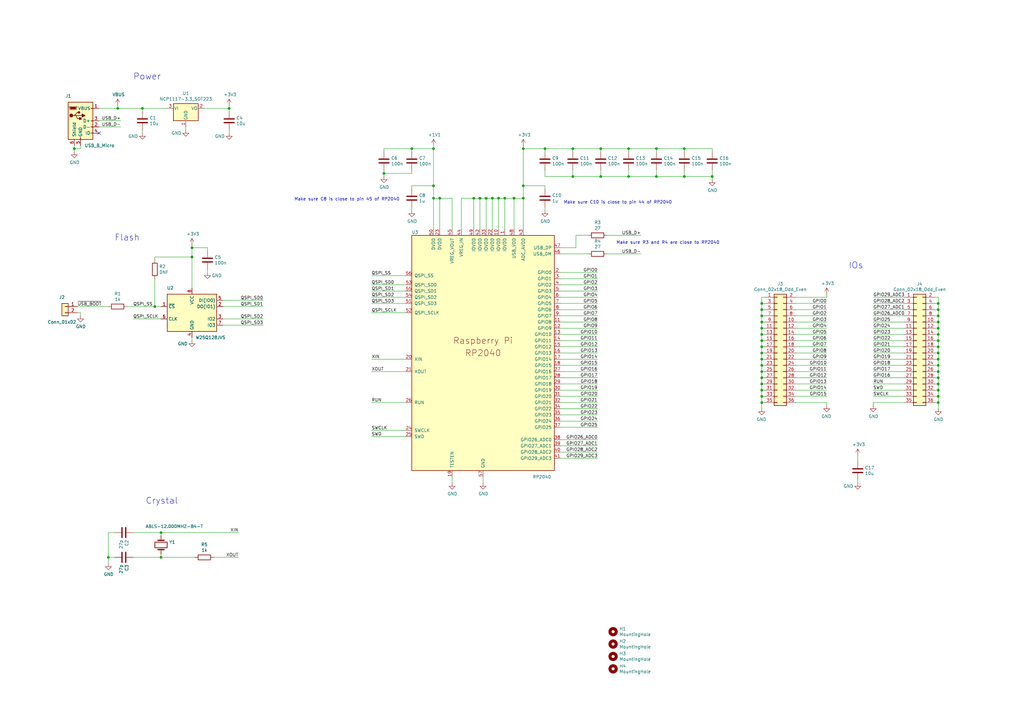
<source format=kicad_sch>
(kicad_sch (version 20211123) (generator eeschema)
  (paper "A3")
  (title_block (title "RP2040 Minimal Design Example") (date "2020-12-18") (rev "REV1") (company "Raspberry Pi (Trading) Ltd"))
  (lib_symbols
    (symbol "Connector_Generic:Conn_01x02" (pin_names (offset 1.016) hide)
      (property "Reference" "J" (at 0 2.54 0))
      (property "Value" "Conn_01x02" (at 0 -5.08 0))
      (symbol "Conn_01x02_1_1"
        (rectangle (start -1.27 -2.413) (end 0 -2.667) (stroke (width 0.1524)))
        (rectangle (start -1.27 0.127) (end 0 -0.127) (stroke (width 0.1524)))
        (rectangle (start -1.27 1.27) (end 1.27 -3.81) (stroke (width 0.254)) (fill (type background)))
        (pin passive line (at -5.08 0 0) (length 3.81) (name "Pin_1") (number "1"))
        (pin passive line (at -5.08 -2.54 0) (length 3.81) (name "Pin_2") (number "2"))
      )
    )
    (symbol "Connector_Generic:Conn_02x18_Odd_Even" (pin_names (offset 1.016) hide)
      (property "Reference" "J" (at 1.27 22.86 0))
      (property "Value" "Conn_02x18_Odd_Even" (at 1.27 -25.4 0))
      (symbol "Conn_02x18_Odd_Even_1_1"
        (rectangle (start -1.27 -22.733) (end 0 -22.987) (stroke (width 0.1524)))
        (rectangle (start -1.27 -20.193) (end 0 -20.447) (stroke (width 0.1524)))
        (rectangle (start -1.27 -17.653) (end 0 -17.907) (stroke (width 0.1524)))
        (rectangle (start -1.27 -15.113) (end 0 -15.367) (stroke (width 0.1524)))
        (rectangle (start -1.27 -12.573) (end 0 -12.827) (stroke (width 0.1524)))
        (rectangle (start -1.27 -10.033) (end 0 -10.287) (stroke (width 0.1524)))
        (rectangle (start -1.27 -7.493) (end 0 -7.747) (stroke (width 0.1524)))
        (rectangle (start -1.27 -4.953) (end 0 -5.207) (stroke (width 0.1524)))
        (rectangle (start -1.27 -2.413) (end 0 -2.667) (stroke (width 0.1524)))
        (rectangle (start -1.27 0.127) (end 0 -0.127) (stroke (width 0.1524)))
        (rectangle (start -1.27 2.667) (end 0 2.413) (stroke (width 0.1524)))
        (rectangle (start -1.27 5.207) (end 0 4.953) (stroke (width 0.1524)))
        (rectangle (start -1.27 7.747) (end 0 7.493) (stroke (width 0.1524)))
        (rectangle (start -1.27 10.287) (end 0 10.033) (stroke (width 0.1524)))
        (rectangle (start -1.27 12.827) (end 0 12.573) (stroke (width 0.1524)))
        (rectangle (start -1.27 15.367) (end 0 15.113) (stroke (width 0.1524)))
        (rectangle (start -1.27 17.907) (end 0 17.653) (stroke (width 0.1524)))
        (rectangle (start -1.27 20.447) (end 0 20.193) (stroke (width 0.1524)))
        (rectangle (start -1.27 21.59) (end 3.81 -24.13) (stroke (width 0.254)) (fill (type background)))
        (rectangle (start 3.81 -22.733) (end 2.54 -22.987) (stroke (width 0.1524)))
        (rectangle (start 3.81 -20.193) (end 2.54 -20.447) (stroke (width 0.1524)))
        (rectangle (start 3.81 -17.653) (end 2.54 -17.907) (stroke (width 0.1524)))
        (rectangle (start 3.81 -15.113) (end 2.54 -15.367) (stroke (width 0.1524)))
        (rectangle (start 3.81 -12.573) (end 2.54 -12.827) (stroke (width 0.1524)))
        (rectangle (start 3.81 -10.033) (end 2.54 -10.287) (stroke (width 0.1524)))
        (rectangle (start 3.81 -7.493) (end 2.54 -7.747) (stroke (width 0.1524)))
        (rectangle (start 3.81 -4.953) (end 2.54 -5.207) (stroke (width 0.1524)))
        (rectangle (start 3.81 -2.413) (end 2.54 -2.667) (stroke (width 0.1524)))
        (rectangle (start 3.81 0.127) (end 2.54 -0.127) (stroke (width 0.1524)))
        (rectangle (start 3.81 2.667) (end 2.54 2.413) (stroke (width 0.1524)))
        (rectangle (start 3.81 5.207) (end 2.54 4.953) (stroke (width 0.1524)))
        (rectangle (start 3.81 7.747) (end 2.54 7.493) (stroke (width 0.1524)))
        (rectangle (start 3.81 10.287) (end 2.54 10.033) (stroke (width 0.1524)))
        (rectangle (start 3.81 12.827) (end 2.54 12.573) (stroke (width 0.1524)))
        (rectangle (start 3.81 15.367) (end 2.54 15.113) (stroke (width 0.1524)))
        (rectangle (start 3.81 17.907) (end 2.54 17.653) (stroke (width 0.1524)))
        (rectangle (start 3.81 20.447) (end 2.54 20.193) (stroke (width 0.1524)))
        (pin passive line (at -5.08 20.32 0) (length 3.81) (name "Pin_1") (number "1"))
        (pin passive line (at 7.62 10.16 180) (length 3.81) (name "Pin_10") (number "10"))
        (pin passive line (at -5.08 7.62 0) (length 3.81) (name "Pin_11") (number "11"))
        (pin passive line (at 7.62 7.62 180) (length 3.81) (name "Pin_12") (number "12"))
        (pin passive line (at -5.08 5.08 0) (length 3.81) (name "Pin_13") (number "13"))
        (pin passive line (at 7.62 5.08 180) (length 3.81) (name "Pin_14") (number "14"))
        (pin passive line (at -5.08 2.54 0) (length 3.81) (name "Pin_15") (number "15"))
        (pin passive line (at 7.62 2.54 180) (length 3.81) (name "Pin_16") (number "16"))
        (pin passive line (at -5.08 0 0) (length 3.81) (name "Pin_17") (number "17"))
        (pin passive line (at 7.62 0 180) (length 3.81) (name "Pin_18") (number "18"))
        (pin passive line (at -5.08 -2.54 0) (length 3.81) (name "Pin_19") (number "19"))
        (pin passive line (at 7.62 20.32 180) (length 3.81) (name "Pin_2") (number "2"))
        (pin passive line (at 7.62 -2.54 180) (length 3.81) (name "Pin_20") (number "20"))
        (pin passive line (at -5.08 -5.08 0) (length 3.81) (name "Pin_21") (number "21"))
        (pin passive line (at 7.62 -5.08 180) (length 3.81) (name "Pin_22") (number "22"))
        (pin passive line (at -5.08 -7.62 0) (length 3.81) (name "Pin_23") (number "23"))
        (pin passive line (at 7.62 -7.62 180) (length 3.81) (name "Pin_24") (number "24"))
        (pin passive line (at -5.08 -10.16 0) (length 3.81) (name "Pin_25") (number "25"))
        (pin passive line (at 7.62 -10.16 180) (length 3.81) (name "Pin_26") (number "26"))
        (pin passive line (at -5.08 -12.7 0) (length 3.81) (name "Pin_27") (number "27"))
        (pin passive line (at 7.62 -12.7 180) (length 3.81) (name "Pin_28") (number "28"))
        (pin passive line (at -5.08 -15.24 0) (length 3.81) (name "Pin_29") (number "29"))
        (pin passive line (at -5.08 17.78 0) (length 3.81) (name "Pin_3") (number "3"))
        (pin passive line (at 7.62 -15.24 180) (length 3.81) (name "Pin_30") (number "30"))
        (pin passive line (at -5.08 -17.78 0) (length 3.81) (name "Pin_31") (number "31"))
        (pin passive line (at 7.62 -17.78 180) (length 3.81) (name "Pin_32") (number "32"))
        (pin passive line (at -5.08 -20.32 0) (length 3.81) (name "Pin_33") (number "33"))
        (pin passive line (at 7.62 -20.32 180) (length 3.81) (name "Pin_34") (number "34"))
        (pin passive line (at -5.08 -22.86 0) (length 3.81) (name "Pin_35") (number "35"))
        (pin passive line (at 7.62 -22.86 180) (length 3.81) (name "Pin_36") (number "36"))
        (pin passive line (at 7.62 17.78 180) (length 3.81) (name "Pin_4") (number "4"))
        (pin passive line (at -5.08 15.24 0) (length 3.81) (name "Pin_5") (number "5"))
        (pin passive line (at 7.62 15.24 180) (length 3.81) (name "Pin_6") (number "6"))
        (pin passive line (at -5.08 12.7 0) (length 3.81) (name "Pin_7") (number "7"))
        (pin passive line (at 7.62 12.7 180) (length 3.81) (name "Pin_8") (number "8"))
        (pin passive line (at -5.08 10.16 0) (length 3.81) (name "Pin_9") (number "9"))
      )
    )
    (symbol "Device:C" (pin_numbers hide) (pin_names (offset 0.254))
      (property "Reference" "C" (at 0.635 2.54 0))
      (property "Value" "C" (at 0.635 -2.54 0))
      (symbol "C_0_1"
        (polyline (pts (xy -2.032 -0.762) (xy 2.032 -0.762)) (stroke (width 0.508)))
        (polyline (pts (xy -2.032 0.762) (xy 2.032 0.762)) (stroke (width 0.508)))
      )
      (symbol "C_1_1"
        (pin passive line (at 0 3.81 270) (length 2.794) (name "~") (number "1"))
        (pin passive line (at 0 -3.81 90) (length 2.794) (name "~") (number "2"))
      )
    )
    (symbol "Device:Crystal" (pin_numbers hide) (pin_names (offset 1.016) hide)
      (property "Reference" "Y" (at 0 3.81 0))
      (property "Value" "Crystal" (at 0 -3.81 0))
      (symbol "Crystal_0_1"
        (rectangle (start -1.143 2.54) (end 1.143 -2.54) (stroke (width 0.3048)))
        (polyline (pts (xy -2.54 0) (xy -1.905 0)))
        (polyline (pts (xy -1.905 -1.27) (xy -1.905 1.27)) (stroke (width 0.508)))
        (polyline (pts (xy 1.905 -1.27) (xy 1.905 1.27)) (stroke (width 0.508)))
        (polyline (pts (xy 2.54 0) (xy 1.905 0)))
      )
      (symbol "Crystal_1_1"
        (pin passive line (at -3.81 0 0) (length 1.27) (name "1") (number "1"))
        (pin passive line (at 3.81 0 180) (length 1.27) (name "2") (number "2"))
      )
    )
    (symbol "Device:R" (pin_numbers hide) (pin_names (offset 0))
      (property "Reference" "R" (at 2.032 0 90))
      (property "Value" "R" (at 0 0 90))
      (symbol "R_0_1"
        (rectangle (start -1.016 -2.54) (end 1.016 2.54) (stroke (width 0.254)))
      )
      (symbol "R_1_1"
        (pin passive line (at 0 3.81 270) (length 1.27) (name "~") (number "1"))
        (pin passive line (at 0 -3.81 90) (length 1.27) (name "~") (number "2"))
      )
    )
    (symbol "MCU_RaspberryPi_RP2040:RP2040" (pin_names (offset 1.016))
      (property "Reference" "U" (at -29.21 49.53 0))
      (property "Value" "RP2040" (at 24.13 -49.53 0))
      (symbol "RP2040_0_0"
        (text "Raspberry Pi" (at 0 5.08 0) (effects (font (size 2.54 2.54))))
        (text "RP2040" (at 0 0 0) (effects (font (size 2.54 2.54))))
      )
      (symbol "RP2040_0_1"
        (rectangle (start 29.21 48.26) (end -29.21 -48.26) (stroke (width 0.254)) (fill (type background)))
      )
      (symbol "RP2040_1_1"
        (pin power_in line (at 8.89 50.8 270) (length 2.54) (name "IOVDD") (number "1"))
        (pin power_in line (at 6.35 50.8 270) (length 2.54) (name "IOVDD") (number "10"))
        (pin bidirectional line (at 31.75 12.7 180) (length 2.54) (name "GPIO8") (number "11"))
        (pin bidirectional line (at 31.75 10.16 180) (length 2.54) (name "GPIO9") (number "12"))
        (pin bidirectional line (at 31.75 7.62 180) (length 2.54) (name "GPIO10") (number "13"))
        (pin bidirectional line (at 31.75 5.08 180) (length 2.54) (name "GPIO11") (number "14"))
        (pin bidirectional line (at 31.75 2.54 180) (length 2.54) (name "GPIO12") (number "15"))
        (pin bidirectional line (at 31.75 0 180) (length 2.54) (name "GPIO13") (number "16"))
        (pin bidirectional line (at 31.75 -2.54 180) (length 2.54) (name "GPIO14") (number "17"))
        (pin bidirectional line (at 31.75 -5.08 180) (length 2.54) (name "GPIO15") (number "18"))
        (pin passive line (at -12.7 -50.8 90) (length 2.54) (name "TESTEN") (number "19"))
        (pin bidirectional line (at 31.75 33.02 180) (length 2.54) (name "GPIO0") (number "2"))
        (pin input line (at -31.75 -2.54 0) (length 2.54) (name "XIN") (number "20"))
        (pin passive line (at -31.75 -7.62 0) (length 2.54) (name "XOUT") (number "21"))
        (pin power_in line (at 3.81 50.8 270) (length 2.54) (name "IOVDD") (number "22"))
        (pin power_in line (at -17.78 50.8 270) (length 2.54) (name "DVDD") (number "23"))
        (pin output line (at -31.75 -31.75 0) (length 2.54) (name "SWCLK") (number "24"))
        (pin bidirectional line (at -31.75 -34.29 0) (length 2.54) (name "SWD") (number "25"))
        (pin input line (at -31.75 -20.32 0) (length 2.54) (name "RUN") (number "26"))
        (pin bidirectional line (at 31.75 -7.62 180) (length 2.54) (name "GPIO16") (number "27"))
        (pin bidirectional line (at 31.75 -10.16 180) (length 2.54) (name "GPIO17") (number "28"))
        (pin bidirectional line (at 31.75 -12.7 180) (length 2.54) (name "GPIO18") (number "29"))
        (pin bidirectional line (at 31.75 30.48 180) (length 2.54) (name "GPIO1") (number "3"))
        (pin bidirectional line (at 31.75 -15.24 180) (length 2.54) (name "GPIO19") (number "30"))
        (pin bidirectional line (at 31.75 -17.78 180) (length 2.54) (name "GPIO20") (number "31"))
        (pin bidirectional line (at 31.75 -20.32 180) (length 2.54) (name "GPIO21") (number "32"))
        (pin power_in line (at 1.27 50.8 270) (length 2.54) (name "IOVDD") (number "33"))
        (pin bidirectional line (at 31.75 -22.86 180) (length 2.54) (name "GPIO22") (number "34"))
        (pin bidirectional line (at 31.75 -25.4 180) (length 2.54) (name "GPIO23") (number "35"))
        (pin bidirectional line (at 31.75 -27.94 180) (length 2.54) (name "GPIO24") (number "36"))
        (pin bidirectional line (at 31.75 -30.48 180) (length 2.54) (name "GPIO25") (number "37"))
        (pin bidirectional line (at 31.75 -35.56 180) (length 2.54) (name "GPIO26_ADC0") (number "38"))
        (pin bidirectional line (at 31.75 -38.1 180) (length 2.54) (name "GPIO27_ADC1") (number "39"))
        (pin bidirectional line (at 31.75 27.94 180) (length 2.54) (name "GPIO2") (number "4"))
        (pin bidirectional line (at 31.75 -40.64 180) (length 2.54) (name "GPIO28_ADC2") (number "40"))
        (pin bidirectional line (at 31.75 -43.18 180) (length 2.54) (name "GPIO29_ADC3") (number "41"))
        (pin power_in line (at -1.27 50.8 270) (length 2.54) (name "IOVDD") (number "42"))
        (pin power_in line (at 16.51 50.8 270) (length 2.54) (name "ADC_AVDD") (number "43"))
        (pin power_in line (at -8.89 50.8 270) (length 2.54) (name "VREG_IN") (number "44"))
        (pin power_out line (at -12.7 50.8 270) (length 2.54) (name "VREG_VOUT") (number "45"))
        (pin bidirectional line (at 31.75 40.64 180) (length 2.54) (name "USB_DM") (number "46"))
        (pin bidirectional line (at 31.75 43.18 180) (length 2.54) (name "USB_DP") (number "47"))
        (pin power_in line (at 12.7 50.8 270) (length 2.54) (name "USB_VDD") (number "48"))
        (pin power_in line (at -3.81 50.8 270) (length 2.54) (name "IOVDD") (number "49"))
        (pin bidirectional line (at 31.75 25.4 180) (length 2.54) (name "GPIO3") (number "5"))
        (pin power_in line (at -20.32 50.8 270) (length 2.54) (name "DVDD") (number "50"))
        (pin bidirectional line (at -31.75 20.32 0) (length 2.54) (name "QSPI_SD3") (number "51"))
        (pin output line (at -31.75 16.51 0) (length 2.54) (name "QSPI_SCLK") (number "52"))
        (pin bidirectional line (at -31.75 27.94 0) (length 2.54) (name "QSPI_SD0") (number "53"))
        (pin bidirectional line (at -31.75 22.86 0) (length 2.54) (name "QSPI_SD2") (number "54"))
        (pin bidirectional line (at -31.75 25.4 0) (length 2.54) (name "QSPI_SD1") (number "55"))
        (pin bidirectional line (at -31.75 31.75 0) (length 2.54) (name "QSPI_SS") (number "56"))
        (pin power_in line (at 0 -50.8 90) (length 2.54) (name "GND") (number "57"))
        (pin bidirectional line (at 31.75 22.86 180) (length 2.54) (name "GPIO4") (number "6"))
        (pin bidirectional line (at 31.75 20.32 180) (length 2.54) (name "GPIO5") (number "7"))
        (pin bidirectional line (at 31.75 17.78 180) (length 2.54) (name "GPIO6") (number "8"))
        (pin bidirectional line (at 31.75 15.24 180) (length 2.54) (name "GPIO7") (number "9"))
      )
    )
    (symbol "Mechanical:MountingHole" (pin_names (offset 1.016))
      (property "Reference" "H" (at 0 5.08 0))
      (property "Value" "MountingHole" (at 0 3.175 0))
      (symbol "MountingHole_0_1"
        (circle (center 0 0) (radius 1.27) (stroke (width 1.27)))
      )
    )
    (symbol "Memory_Flash:W25Q128JVS"
      (property "Reference" "U" (at -8.89 8.89 0))
      (property "Value" "W25Q128JVS" (at 7.62 8.89 0))
      (symbol "W25Q128JVS_0_1"
        (rectangle (start -10.16 7.62) (end 10.16 -7.62) (stroke (width 0.254)) (fill (type background)))
      )
      (symbol "W25Q128JVS_1_1"
        (pin input line (at -12.7 2.54 0) (length 2.54) (name "~{CS}") (number "1"))
        (pin bidirectional line (at 12.7 2.54 180) (length 2.54) (name "DO(IO1)") (number "2"))
        (pin bidirectional line (at 12.7 -2.54 180) (length 2.54) (name "IO2") (number "3"))
        (pin power_in line (at 0 -10.16 90) (length 2.54) (name "GND") (number "4"))
        (pin bidirectional line (at 12.7 5.08 180) (length 2.54) (name "DI(IO0)") (number "5"))
        (pin input line (at -12.7 -2.54 0) (length 2.54) (name "CLK") (number "6"))
        (pin bidirectional line (at 12.7 -5.08 180) (length 2.54) (name "IO3") (number "7"))
        (pin power_in line (at 0 10.16 270) (length 2.54) (name "VCC") (number "8"))
      )
    )
    (symbol "RP2040_minimal-rescue:USB_B_Micro-Connector" (pin_names (offset 1.016))
      (property "Reference" "J" (at -5.08 11.43 0))
      (property "Value" "USB_B_Micro-Connector" (at -5.08 8.89 0))
      (symbol "USB_B_Micro-Connector_0_1"
        (rectangle (start -5.08 -7.62) (end 5.08 7.62) (stroke (width 0.254)) (fill (type background)))
        (circle (center -3.81 2.159) (radius 0.635) (stroke (width 0.254)) (fill (type outline)))
        (circle (center -0.635 3.429) (radius 0.381) (stroke (width 0.254)) (fill (type outline)))
        (rectangle (start -0.127 -7.62) (end 0.127 -6.858))
        (polyline (pts (xy -1.905 2.159) (xy 0.635 2.159)) (stroke (width 0.254)))
        (polyline (pts (xy -3.175 2.159) (xy -2.54 2.159) (xy -1.27 3.429) (xy -0.635 3.429)) (stroke (width 0.254)))
        (polyline (pts (xy -2.54 2.159) (xy -1.905 2.159) (xy -1.27 0.889) (xy 0 0.889)) (stroke (width 0.254)))
        (polyline (pts (xy 0.635 2.794) (xy 0.635 1.524) (xy 1.905 2.159) (xy 0.635 2.794)) (stroke (width 0.254)) (fill (type outline)))
        (polyline (pts (xy -4.318 5.588) (xy -1.778 5.588) (xy -2.032 4.826) (xy -4.064 4.826) (xy -4.318 5.588)) (fill (type outline)))
        (polyline (pts (xy -4.699 5.842) (xy -4.699 5.588) (xy -4.445 4.826) (xy -4.445 4.572) (xy -1.651 4.572) (xy -1.651 4.826) (xy -1.397 5.588) (xy -1.397 5.842) (xy -4.699 5.842)))
        (rectangle (start 0.254 1.27) (end -0.508 0.508) (stroke (width 0.254)) (fill (type outline)))
        (rectangle (start 5.08 -5.207) (end 4.318 -4.953))
        (rectangle (start 5.08 -2.667) (end 4.318 -2.413))
        (rectangle (start 5.08 -0.127) (end 4.318 0.127))
        (rectangle (start 5.08 4.953) (end 4.318 5.207))
      )
      (symbol "USB_B_Micro-Connector_1_1"
        (pin power_out line (at 7.62 5.08 180) (length 2.54) (name "VBUS") (number "1"))
        (pin passive line (at 7.62 -2.54 180) (length 2.54) (name "D-") (number "2"))
        (pin passive line (at 7.62 0 180) (length 2.54) (name "D+") (number "3"))
        (pin passive line (at 7.62 -5.08 180) (length 2.54) (name "ID") (number "4"))
        (pin power_out line (at 0 -10.16 90) (length 2.54) (name "GND") (number "5"))
        (pin passive line (at -2.54 -10.16 90) (length 2.54) (name "Shield") (number "6"))
      )
    )
    (symbol "Regulator_Linear:NCP1117-3.3_SOT223" (pin_names (offset 0.254))
      (property "Reference" "U" (at -3.81 3.175 0))
      (property "Value" "NCP1117-3.3_SOT223" (at 0 3.175 0))
      (symbol "NCP1117-3.3_SOT223_0_1"
        (rectangle (start -5.08 -5.08) (end 5.08 1.905) (stroke (width 0.254)) (fill (type background)))
      )
      (symbol "NCP1117-3.3_SOT223_1_1"
        (pin power_in line (at 0 -7.62 90) (length 2.54) (name "GND") (number "1"))
        (pin power_out line (at 7.62 0 180) (length 2.54) (name "VO") (number "2"))
        (pin power_in line (at -7.62 0 0) (length 2.54) (name "VI") (number "3"))
      )
    )
    (symbol "power:+1V1" (power) (pin_names (offset 0))
      (property "Value" "+1V1" (at 0 3.556 0))
      (symbol "+1V1_0_1"
        (polyline (pts (xy -0.762 1.27) (xy 0 2.54)))
        (polyline (pts (xy 0 0) (xy 0 2.54)))
        (polyline (pts (xy 0 2.54) (xy 0.762 1.27)))
      )
      (symbol "+1V1_1_1"
        (pin power_in line (at 0 0 90) (length 0) hide (name "+1V1") (number "1"))
      )
    )
    (symbol "power:+3V3" (power) (pin_names (offset 0))
      (property "Value" "+3V3" (at 0 3.556 0))
      (symbol "+3V3_0_1"
        (polyline (pts (xy -0.762 1.27) (xy 0 2.54)))
        (polyline (pts (xy 0 0) (xy 0 2.54)))
        (polyline (pts (xy 0 2.54) (xy 0.762 1.27)))
      )
      (symbol "+3V3_1_1"
        (pin power_in line (at 0 0 90) (length 0) hide (name "+3V3") (number "1"))
      )
    )
    (symbol "power:GND" (power) (pin_names (offset 0))
      (property "Value" "GND" (at 0 -3.81 0))
      (symbol "GND_0_1"
        (polyline (pts (xy 0 0) (xy 0 -1.27) (xy 1.27 -1.27) (xy 0 -2.54) (xy -1.27 -1.27) (xy 0 -1.27)))
      )
      (symbol "GND_1_1"
        (pin power_in line (at 0 0 270) (length 0) hide (name "GND") (number "1"))
      )
    )
    (symbol "power:VBUS" (power) (pin_names (offset 0))
      (property "Value" "VBUS" (at 0 3.81 0))
      (symbol "VBUS_0_1"
        (polyline (pts (xy -0.762 1.27) (xy 0 2.54)))
        (polyline (pts (xy 0 0) (xy 0 2.54)))
        (polyline (pts (xy 0 2.54) (xy 0.762 1.27)))
      )
      (symbol "VBUS_1_1"
        (pin power_in line (at 0 0 90) (length 0) hide (name "VBUS") (number "1"))
      )
    )
  )
  (junction (at 384.81 154.94))
  (junction (at 214.63 60.96))
  (junction (at 312.42 124.46))
  (junction (at 78.74 101.6))
  (junction (at 384.81 160.02))
  (junction (at 312.42 142.24))
  (junction (at 194.31 81.28))
  (junction (at 30.48 60.96))
  (junction (at 207.01 81.28))
  (junction (at 78.74 105.41))
  (junction (at 312.42 157.48))
  (junction (at 180.34 81.28))
  (junction (at 312.42 134.62))
  (junction (at 384.81 165.1))
  (junction (at 58.42 44.45))
  (junction (at 257.81 60.96))
  (junction (at 280.67 60.96))
  (junction (at 312.42 144.78))
  (junction (at 210.82 81.28))
  (junction (at 196.85 81.28))
  (junction (at 44.45 228.6))
  (junction (at 246.38 72.39))
  (junction (at 168.91 60.96))
  (junction (at 384.81 132.08))
  (junction (at 384.81 144.78))
  (junction (at 199.39 81.28))
  (junction (at 312.42 149.86))
  (junction (at 66.04 218.44))
  (junction (at 312.42 127))
  (junction (at 48.26 44.45))
  (junction (at 280.67 72.39))
  (junction (at 384.81 162.56))
  (junction (at 312.42 137.16))
  (junction (at 312.42 162.56))
  (junction (at 312.42 152.4))
  (junction (at 234.95 60.96))
  (junction (at 177.8 81.28))
  (junction (at 312.42 129.54))
  (junction (at 223.52 60.96))
  (junction (at 312.42 165.1))
  (junction (at 312.42 160.02))
  (junction (at 66.04 228.6))
  (junction (at 384.81 152.4))
  (junction (at 177.8 60.96))
  (junction (at 257.81 72.39))
  (junction (at 292.1 72.39))
  (junction (at 384.81 157.48))
  (junction (at 312.42 132.08))
  (junction (at 384.81 149.86))
  (junction (at 384.81 147.32))
  (junction (at 384.81 129.54))
  (junction (at 63.5 125.73))
  (junction (at 204.47 81.28))
  (junction (at 157.48 71.12))
  (junction (at 201.93 81.28))
  (junction (at 269.24 60.96))
  (junction (at 312.42 147.32))
  (junction (at 269.24 72.39))
  (junction (at 312.42 154.94))
  (junction (at 246.38 60.96))
  (junction (at 384.81 142.24))
  (junction (at 384.81 127))
  (junction (at 234.95 72.39))
  (junction (at 214.63 81.28))
  (junction (at 93.98 44.45))
  (junction (at 214.63 76.2))
  (junction (at 177.8 76.2))
  (junction (at 384.81 124.46))
  (junction (at 312.42 139.7))
  (junction (at 384.81 137.16))
  (junction (at 384.81 139.7))
  (junction (at 384.81 134.62))
  (no_connect (at 40.64 54.61))
  (wire (pts (xy 180.34 93.98) (xy 180.34 81.28)))
  (wire (pts (xy 339.09 154.94) (xy 326.39 154.94)))
  (wire (pts (xy 312.42 149.86) (xy 312.42 152.4)))
  (wire (pts (xy 229.87 101.6) (xy 236.22 101.6)))
  (wire (pts (xy 370.84 152.4) (xy 358.14 152.4)))
  (wire (pts (xy 313.69 121.92) (xy 312.42 121.92)))
  (wire (pts (xy 44.45 228.6) (xy 44.45 231.14)))
  (wire (pts (xy 370.84 137.16) (xy 358.14 137.16)))
  (wire (pts (xy 207.01 81.28) (xy 207.01 93.98)))
  (wire (pts (xy 229.87 111.76) (xy 245.11 111.76)))
  (wire (pts (xy 313.69 160.02) (xy 312.42 160.02)))
  (wire (pts (xy 313.69 162.56) (xy 312.42 162.56)))
  (wire (pts (xy 166.37 165.1) (xy 152.4 165.1)))
  (wire (pts (xy 383.54 144.78) (xy 384.81 144.78)))
  (wire (pts (xy 83.82 44.45) (xy 93.98 44.45)))
  (wire (pts (xy 54.61 218.44) (xy 66.04 218.44)))
  (wire (pts (xy 30.48 59.69) (xy 30.48 60.96)))
  (wire (pts (xy 93.98 53.34) (xy 93.98 54.61)))
  (wire (pts (xy 201.93 93.98) (xy 201.93 81.28)))
  (wire (pts (xy 152.4 116.84) (xy 166.37 116.84)))
  (wire (pts (xy 383.54 129.54) (xy 384.81 129.54)))
  (wire (pts (xy 248.92 104.14) (xy 262.89 104.14)))
  (wire (pts (xy 229.87 134.62) (xy 245.11 134.62)))
  (wire (pts (xy 152.4 121.92) (xy 166.37 121.92)))
  (wire (pts (xy 152.4 147.32) (xy 166.37 147.32)))
  (wire (pts (xy 54.61 130.81) (xy 66.04 130.81)))
  (wire (pts (xy 384.81 152.4) (xy 384.81 154.94)))
  (wire (pts (xy 339.09 152.4) (xy 326.39 152.4)))
  (wire (pts (xy 313.69 165.1) (xy 312.42 165.1)))
  (wire (pts (xy 384.81 165.1) (xy 384.81 167.64)))
  (wire (pts (xy 91.44 133.35) (xy 107.95 133.35)))
  (wire (pts (xy 370.84 144.78) (xy 358.14 144.78)))
  (wire (pts (xy 152.4 124.46) (xy 166.37 124.46)))
  (wire (pts (xy 214.63 60.96) (xy 214.63 76.2)))
  (wire (pts (xy 66.04 228.6) (xy 80.01 228.6)))
  (wire (pts (xy 210.82 81.28) (xy 214.63 81.28)))
  (wire (pts (xy 44.45 125.73) (xy 31.75 125.73)))
  (wire (pts (xy 339.09 144.78) (xy 326.39 144.78)))
  (wire (pts (xy 40.64 49.53) (xy 49.53 49.53)))
  (wire (pts (xy 85.09 110.49) (xy 85.09 111.76)))
  (wire (pts (xy 312.42 157.48) (xy 312.42 160.02)))
  (wire (pts (xy 177.8 60.96) (xy 177.8 76.2)))
  (wire (pts (xy 234.95 60.96) (xy 246.38 60.96)))
  (wire (pts (xy 58.42 53.34) (xy 58.42 54.61)))
  (wire (pts (xy 312.42 165.1) (xy 312.42 167.64)))
  (wire (pts (xy 339.09 165.1) (xy 326.39 165.1)))
  (wire (pts (xy 223.52 62.23) (xy 223.52 60.96)))
  (wire (pts (xy 229.87 182.88) (xy 245.11 182.88)))
  (wire (pts (xy 30.48 60.96) (xy 30.48 62.23)))
  (wire (pts (xy 204.47 81.28) (xy 207.01 81.28)))
  (wire (pts (xy 248.92 96.52) (xy 262.89 96.52)))
  (wire (pts (xy 269.24 69.85) (xy 269.24 72.39)))
  (wire (pts (xy 199.39 81.28) (xy 201.93 81.28)))
  (wire (pts (xy 66.04 227.33) (xy 66.04 228.6)))
  (wire (pts (xy 194.31 93.98) (xy 194.31 81.28)))
  (wire (pts (xy 312.42 132.08) (xy 312.42 134.62)))
  (wire (pts (xy 229.87 180.34) (xy 245.11 180.34)))
  (wire (pts (xy 246.38 60.96) (xy 257.81 60.96)))
  (wire (pts (xy 312.42 162.56) (xy 312.42 165.1)))
  (wire (pts (xy 312.42 160.02) (xy 312.42 162.56)))
  (wire (pts (xy 339.09 166.37) (xy 339.09 165.1)))
  (wire (pts (xy 313.69 134.62) (xy 312.42 134.62)))
  (wire (pts (xy 339.09 149.86) (xy 326.39 149.86)))
  (wire (pts (xy 280.67 72.39) (xy 269.24 72.39)))
  (wire (pts (xy 210.82 93.98) (xy 210.82 81.28)))
  (wire (pts (xy 384.81 147.32) (xy 384.81 149.86)))
  (wire (pts (xy 383.54 165.1) (xy 384.81 165.1)))
  (wire (pts (xy 229.87 124.46) (xy 245.11 124.46)))
  (wire (pts (xy 189.23 93.98) (xy 189.23 81.28)))
  (wire (pts (xy 313.69 129.54) (xy 312.42 129.54)))
  (wire (pts (xy 383.54 160.02) (xy 384.81 160.02)))
  (wire (pts (xy 236.22 96.52) (xy 241.3 96.52)))
  (wire (pts (xy 313.69 132.08) (xy 312.42 132.08)))
  (wire (pts (xy 157.48 71.12) (xy 157.48 72.39)))
  (wire (pts (xy 199.39 93.98) (xy 199.39 81.28)))
  (wire (pts (xy 91.44 123.19) (xy 107.95 123.19)))
  (wire (pts (xy 214.63 59.69) (xy 214.63 60.96)))
  (wire (pts (xy 384.81 154.94) (xy 384.81 157.48)))
  (wire (pts (xy 78.74 101.6) (xy 78.74 105.41)))
  (wire (pts (xy 383.54 149.86) (xy 384.81 149.86)))
  (wire (pts (xy 384.81 144.78) (xy 384.81 147.32)))
  (wire (pts (xy 280.67 62.23) (xy 280.67 60.96)))
  (wire (pts (xy 339.09 162.56) (xy 326.39 162.56)))
  (wire (pts (xy 229.87 139.7) (xy 245.11 139.7)))
  (wire (pts (xy 229.87 121.92) (xy 245.11 121.92)))
  (wire (pts (xy 229.87 116.84) (xy 245.11 116.84)))
  (wire (pts (xy 201.93 81.28) (xy 204.47 81.28)))
  (wire (pts (xy 168.91 62.23) (xy 168.91 60.96)))
  (wire (pts (xy 246.38 69.85) (xy 246.38 72.39)))
  (wire (pts (xy 229.87 129.54) (xy 245.11 129.54)))
  (wire (pts (xy 312.42 129.54) (xy 312.42 132.08)))
  (wire (pts (xy 312.42 152.4) (xy 312.42 154.94)))
  (wire (pts (xy 229.87 170.18) (xy 245.11 170.18)))
  (wire (pts (xy 58.42 45.72) (xy 58.42 44.45)))
  (wire (pts (xy 234.95 69.85) (xy 234.95 72.39)))
  (wire (pts (xy 229.87 172.72) (xy 245.11 172.72)))
  (wire (pts (xy 214.63 76.2) (xy 223.52 76.2)))
  (wire (pts (xy 63.5 105.41) (xy 78.74 105.41)))
  (wire (pts (xy 229.87 157.48) (xy 245.11 157.48)))
  (wire (pts (xy 370.84 160.02) (xy 358.14 160.02)))
  (wire (pts (xy 168.91 85.09) (xy 168.91 86.36)))
  (wire (pts (xy 166.37 176.53) (xy 152.4 176.53)))
  (wire (pts (xy 229.87 185.42) (xy 245.11 185.42)))
  (wire (pts (xy 168.91 71.12) (xy 168.91 69.85)))
  (wire (pts (xy 168.91 76.2) (xy 177.8 76.2)))
  (wire (pts (xy 40.64 44.45) (xy 48.26 44.45)))
  (wire (pts (xy 93.98 44.45) (xy 93.98 43.18)))
  (wire (pts (xy 370.84 142.24) (xy 358.14 142.24)))
  (wire (pts (xy 312.42 127) (xy 312.42 129.54)))
  (wire (pts (xy 63.5 106.68) (xy 63.5 105.41)))
  (wire (pts (xy 269.24 62.23) (xy 269.24 60.96)))
  (wire (pts (xy 78.74 100.33) (xy 78.74 101.6)))
  (wire (pts (xy 31.75 128.27) (xy 33.02 128.27)))
  (wire (pts (xy 93.98 45.72) (xy 93.98 44.45)))
  (wire (pts (xy 196.85 81.28) (xy 199.39 81.28)))
  (wire (pts (xy 257.81 60.96) (xy 269.24 60.96)))
  (wire (pts (xy 204.47 93.98) (xy 204.47 81.28)))
  (wire (pts (xy 312.42 137.16) (xy 312.42 139.7)))
  (wire (pts (xy 223.52 69.85) (xy 223.52 72.39)))
  (wire (pts (xy 384.81 121.92) (xy 384.81 124.46)))
  (wire (pts (xy 358.14 166.37) (xy 358.14 165.1)))
  (wire (pts (xy 33.02 59.69) (xy 33.02 60.96)))
  (wire (pts (xy 229.87 165.1) (xy 245.11 165.1)))
  (wire (pts (xy 207.01 81.28) (xy 210.82 81.28)))
  (wire (pts (xy 339.09 129.54) (xy 326.39 129.54)))
  (wire (pts (xy 78.74 138.43) (xy 78.74 139.7)))
  (wire (pts (xy 46.99 228.6) (xy 44.45 228.6)))
  (wire (pts (xy 257.81 62.23) (xy 257.81 60.96)))
  (wire (pts (xy 78.74 105.41) (xy 78.74 118.11)))
  (wire (pts (xy 312.42 124.46) (xy 312.42 127)))
  (wire (pts (xy 234.95 72.39) (xy 223.52 72.39)))
  (wire (pts (xy 48.26 43.18) (xy 48.26 44.45)))
  (wire (pts (xy 339.09 127) (xy 326.39 127)))
  (wire (pts (xy 229.87 167.64) (xy 245.11 167.64)))
  (wire (pts (xy 384.81 127) (xy 384.81 129.54)))
  (wire (pts (xy 63.5 114.3) (xy 63.5 125.73)))
  (wire (pts (xy 313.69 139.7) (xy 312.42 139.7)))
  (wire (pts (xy 312.42 154.94) (xy 312.42 157.48)))
  (wire (pts (xy 229.87 132.08) (xy 245.11 132.08)))
  (wire (pts (xy 383.54 137.16) (xy 384.81 137.16)))
  (wire (pts (xy 168.91 77.47) (xy 168.91 76.2)))
  (wire (pts (xy 214.63 60.96) (xy 223.52 60.96)))
  (wire (pts (xy 257.81 72.39) (xy 246.38 72.39)))
  (wire (pts (xy 313.69 157.48) (xy 312.42 157.48)))
  (wire (pts (xy 313.69 124.46) (xy 312.42 124.46)))
  (wire (pts (xy 339.09 157.48) (xy 326.39 157.48)))
  (wire (pts (xy 370.84 129.54) (xy 358.14 129.54)))
  (wire (pts (xy 66.04 219.71) (xy 66.04 218.44)))
  (wire (pts (xy 292.1 72.39) (xy 292.1 73.66)))
  (wire (pts (xy 370.84 162.56) (xy 358.14 162.56)))
  (wire (pts (xy 312.42 147.32) (xy 312.42 149.86)))
  (wire (pts (xy 166.37 113.03) (xy 152.4 113.03)))
  (wire (pts (xy 229.87 160.02) (xy 245.11 160.02)))
  (wire (pts (xy 292.1 62.23) (xy 292.1 60.96)))
  (wire (pts (xy 370.84 127) (xy 358.14 127)))
  (wire (pts (xy 185.42 93.98) (xy 185.42 81.28)))
  (wire (pts (xy 76.2 52.07) (xy 76.2 53.34)))
  (wire (pts (xy 229.87 187.96) (xy 245.11 187.96)))
  (wire (pts (xy 384.81 162.56) (xy 384.81 165.1)))
  (wire (pts (xy 229.87 119.38) (xy 245.11 119.38)))
  (wire (pts (xy 229.87 147.32) (xy 245.11 147.32)))
  (wire (pts (xy 383.54 152.4) (xy 384.81 152.4)))
  (wire (pts (xy 383.54 134.62) (xy 384.81 134.62)))
  (wire (pts (xy 384.81 134.62) (xy 384.81 137.16)))
  (wire (pts (xy 166.37 128.27) (xy 152.4 128.27)))
  (wire (pts (xy 91.44 130.81) (xy 107.95 130.81)))
  (wire (pts (xy 280.67 69.85) (xy 280.67 72.39)))
  (wire (pts (xy 313.69 152.4) (xy 312.42 152.4)))
  (wire (pts (xy 157.48 71.12) (xy 168.91 71.12)))
  (wire (pts (xy 370.84 132.08) (xy 358.14 132.08)))
  (wire (pts (xy 383.54 121.92) (xy 384.81 121.92)))
  (wire (pts (xy 214.63 76.2) (xy 214.63 81.28)))
  (wire (pts (xy 383.54 154.94) (xy 384.81 154.94)))
  (wire (pts (xy 370.84 139.7) (xy 358.14 139.7)))
  (wire (pts (xy 370.84 121.92) (xy 358.14 121.92)))
  (wire (pts (xy 185.42 195.58) (xy 185.42 198.12)))
  (wire (pts (xy 46.99 218.44) (xy 44.45 218.44)))
  (wire (pts (xy 383.54 132.08) (xy 384.81 132.08)))
  (wire (pts (xy 339.09 121.92) (xy 326.39 121.92)))
  (wire (pts (xy 312.42 121.92) (xy 312.42 124.46)))
  (wire (pts (xy 370.84 154.94) (xy 358.14 154.94)))
  (wire (pts (xy 194.31 81.28) (xy 196.85 81.28)))
  (wire (pts (xy 384.81 132.08) (xy 384.81 134.62)))
  (wire (pts (xy 198.12 195.58) (xy 198.12 198.12)))
  (wire (pts (xy 229.87 104.14) (xy 241.3 104.14)))
  (wire (pts (xy 351.79 186.69) (xy 351.79 189.23)))
  (wire (pts (xy 177.8 81.28) (xy 177.8 93.98)))
  (wire (pts (xy 312.42 144.78) (xy 312.42 147.32)))
  (wire (pts (xy 383.54 139.7) (xy 384.81 139.7)))
  (wire (pts (xy 214.63 81.28) (xy 214.63 93.98)))
  (wire (pts (xy 68.58 44.45) (xy 58.42 44.45)))
  (wire (pts (xy 246.38 72.39) (xy 234.95 72.39)))
  (wire (pts (xy 313.69 147.32) (xy 312.42 147.32)))
  (wire (pts (xy 157.48 62.23) (xy 157.48 60.96)))
  (wire (pts (xy 196.85 93.98) (xy 196.85 81.28)))
  (wire (pts (xy 180.34 81.28) (xy 177.8 81.28)))
  (wire (pts (xy 229.87 142.24) (xy 245.11 142.24)))
  (wire (pts (xy 236.22 96.52) (xy 236.22 101.6)))
  (wire (pts (xy 177.8 76.2) (xy 177.8 81.28)))
  (wire (pts (xy 339.09 121.92) (xy 339.09 120.65)))
  (wire (pts (xy 229.87 137.16) (xy 245.11 137.16)))
  (wire (pts (xy 52.07 125.73) (xy 63.5 125.73)))
  (wire (pts (xy 384.81 160.02) (xy 384.81 162.56)))
  (wire (pts (xy 313.69 144.78) (xy 312.42 144.78)))
  (wire (pts (xy 229.87 162.56) (xy 245.11 162.56)))
  (wire (pts (xy 48.26 44.45) (xy 58.42 44.45)))
  (wire (pts (xy 177.8 59.69) (xy 177.8 60.96)))
  (wire (pts (xy 383.54 162.56) (xy 384.81 162.56)))
  (wire (pts (xy 280.67 60.96) (xy 292.1 60.96)))
  (wire (pts (xy 370.84 149.86) (xy 358.14 149.86)))
  (wire (pts (xy 54.61 228.6) (xy 66.04 228.6)))
  (wire (pts (xy 152.4 119.38) (xy 166.37 119.38)))
  (wire (pts (xy 229.87 175.26) (xy 245.11 175.26)))
  (wire (pts (xy 257.81 69.85) (xy 257.81 72.39)))
  (wire (pts (xy 312.42 139.7) (xy 312.42 142.24)))
  (wire (pts (xy 269.24 72.39) (xy 257.81 72.39)))
  (wire (pts (xy 384.81 137.16) (xy 384.81 139.7)))
  (wire (pts (xy 339.09 147.32) (xy 326.39 147.32)))
  (wire (pts (xy 370.84 124.46) (xy 358.14 124.46)))
  (wire (pts (xy 44.45 218.44) (xy 44.45 228.6)))
  (wire (pts (xy 313.69 142.24) (xy 312.42 142.24)))
  (wire (pts (xy 313.69 154.94) (xy 312.42 154.94)))
  (wire (pts (xy 229.87 152.4) (xy 245.11 152.4)))
  (wire (pts (xy 157.48 69.85) (xy 157.48 71.12)))
  (wire (pts (xy 292.1 69.85) (xy 292.1 72.39)))
  (wire (pts (xy 383.54 157.48) (xy 384.81 157.48)))
  (wire (pts (xy 370.84 157.48) (xy 358.14 157.48)))
  (wire (pts (xy 384.81 149.86) (xy 384.81 152.4)))
  (wire (pts (xy 40.64 52.07) (xy 49.53 52.07)))
  (wire (pts (xy 384.81 157.48) (xy 384.81 160.02)))
  (wire (pts (xy 370.84 134.62) (xy 358.14 134.62)))
  (wire (pts (xy 168.91 60.96) (xy 177.8 60.96)))
  (wire (pts (xy 358.14 165.1) (xy 370.84 165.1)))
  (wire (pts (xy 384.81 129.54) (xy 384.81 132.08)))
  (wire (pts (xy 383.54 142.24) (xy 384.81 142.24)))
  (wire (pts (xy 229.87 144.78) (xy 245.11 144.78)))
  (wire (pts (xy 223.52 77.47) (xy 223.52 76.2)))
  (wire (pts (xy 384.81 124.46) (xy 384.81 127)))
  (wire (pts (xy 339.09 124.46) (xy 326.39 124.46)))
  (wire (pts (xy 66.04 218.44) (xy 97.79 218.44)))
  (wire (pts (xy 185.42 81.28) (xy 180.34 81.28)))
  (wire (pts (xy 63.5 125.73) (xy 66.04 125.73)))
  (wire (pts (xy 312.42 142.24) (xy 312.42 144.78)))
  (wire (pts (xy 383.54 124.46) (xy 384.81 124.46)))
  (wire (pts (xy 339.09 139.7) (xy 326.39 139.7)))
  (wire (pts (xy 166.37 152.4) (xy 152.4 152.4)))
  (wire (pts (xy 384.81 142.24) (xy 384.81 144.78)))
  (wire (pts (xy 223.52 60.96) (xy 234.95 60.96)))
  (wire (pts (xy 351.79 196.85) (xy 351.79 198.12)))
  (wire (pts (xy 33.02 128.27) (xy 33.02 129.54)))
  (wire (pts (xy 87.63 228.6) (xy 97.79 228.6)))
  (wire (pts (xy 313.69 137.16) (xy 312.42 137.16)))
  (wire (pts (xy 33.02 60.96) (xy 30.48 60.96)))
  (wire (pts (xy 312.42 134.62) (xy 312.42 137.16)))
  (wire (pts (xy 339.09 137.16) (xy 326.39 137.16)))
  (wire (pts (xy 229.87 114.3) (xy 245.11 114.3)))
  (wire (pts (xy 339.09 160.02) (xy 326.39 160.02)))
  (wire (pts (xy 339.09 142.24) (xy 326.39 142.24)))
  (wire (pts (xy 383.54 147.32) (xy 384.81 147.32)))
  (wire (pts (xy 269.24 60.96) (xy 280.67 60.96)))
  (wire (pts (xy 85.09 101.6) (xy 78.74 101.6)))
  (wire (pts (xy 313.69 149.86) (xy 312.42 149.86)))
  (wire (pts (xy 339.09 132.08) (xy 326.39 132.08)))
  (wire (pts (xy 223.52 85.09) (xy 223.52 86.36)))
  (wire (pts (xy 383.54 127) (xy 384.81 127)))
  (wire (pts (xy 229.87 127) (xy 245.11 127)))
  (wire (pts (xy 189.23 81.28) (xy 194.31 81.28)))
  (wire (pts (xy 91.44 125.73) (xy 107.95 125.73)))
  (wire (pts (xy 246.38 62.23) (xy 246.38 60.96)))
  (wire (pts (xy 229.87 154.94) (xy 245.11 154.94)))
  (wire (pts (xy 370.84 147.32) (xy 358.14 147.32)))
  (wire (pts (xy 85.09 102.87) (xy 85.09 101.6)))
  (wire (pts (xy 234.95 62.23) (xy 234.95 60.96)))
  (wire (pts (xy 157.48 60.96) (xy 168.91 60.96)))
  (wire (pts (xy 384.81 139.7) (xy 384.81 142.24)))
  (wire (pts (xy 280.67 72.39) (xy 292.1 72.39)))
  (wire (pts (xy 339.09 134.62) (xy 326.39 134.62)))
  (wire (pts (xy 166.37 179.07) (xy 152.4 179.07)))
  (wire (pts (xy 313.69 127) (xy 312.42 127)))
  (wire (pts (xy 229.87 149.86) (xy 245.11 149.86)))
  (text "Make sure C10 is close to pin 44 of RP2040" (at 231.14 83.82 0) (effects (font (size 1.27 1.27)) (justify left bottom)))
  (text "Power" (at 54.61 33.02 0) (effects (font (size 2.54 2.54)) (justify left bottom)))
  (text "Flash" (at 46.99 99.06 0) (effects (font (size 2.54 2.54)) (justify left bottom)))
  (text "IOs" (at 347.98 110.49 0) (effects (font (size 2.54 2.54)) (justify left bottom)))
  (text "Make sure C8 is close to pin 45 of RP2040" (at 120.65 82.55 0) (effects (font (size 1.27 1.27)) (justify left bottom)))
  (text "Crystal" (at 59.69 207.01 0) (effects (font (size 2.54 2.54)) (justify left bottom)))
  (text "Make sure R3 and R4 are close to RP2040" (at 252.73 100.33 0) (effects (font (size 1.27 1.27)) (justify left bottom)))
  (label "QSPI_SD3" (at 107.95 133.35 180))
  (label "GPIO21" (at 358.14 142.24 0))
  (label "QSPI_SD1" (at 107.95 125.73 180))
  (label "GPIO19" (at 358.14 147.32 0))
  (label "GPIO3" (at 339.09 132.08 180))
  (label "GPIO29_ADC3" (at 358.14 121.92 0))
  (label "QSPI_SCLK" (at 152.4 128.27 0))
  (label "QSPI_SD0" (at 152.4 116.84 0))
  (label "RUN" (at 358.14 157.48 0))
  (label "GPIO29_ADC3" (at 245.11 187.96 180))
  (label "GPIO2" (at 339.09 129.54 180))
  (label "GPIO4" (at 245.11 121.92 180))
  (label "SWD" (at 152.4 179.07 0))
  (label "GPIO8" (at 339.09 144.78 180))
  (label "SWCLK" (at 152.4 176.53 0))
  (label "GPIO26_ADC0" (at 358.14 129.54 0))
  (label "QSPI_SS" (at 152.4 113.03 0))
  (label "GPIO24" (at 358.14 134.62 0))
  (label "GPIO6" (at 245.11 127 180))
  (label "GPIO14" (at 339.09 160.02 180))
  (label "XIN" (at 97.79 218.44 180))
  (label "GPIO25" (at 245.11 175.26 180))
  (label "GPIO8" (at 245.11 132.08 180))
  (label "GPIO16" (at 245.11 152.4 180))
  (label "GPIO17" (at 245.11 154.94 180))
  (label "GPIO7" (at 339.09 142.24 180))
  (label "GPIO0" (at 339.09 124.46 180))
  (label "GPIO12" (at 245.11 142.24 180))
  (label "GPIO22" (at 245.11 167.64 180))
  (label "GPIO16" (at 358.14 154.94 0))
  (label "XOUT" (at 152.4 152.4 0))
  (label "USB_D-" (at 49.53 52.07 180))
  (label "GPIO19" (at 245.11 160.02 180))
  (label "GPIO5" (at 339.09 137.16 180))
  (label "GPIO10" (at 339.09 149.86 180))
  (label "GPIO20" (at 358.14 144.78 0))
  (label "GPIO17" (at 358.14 152.4 0))
  (label "USB_D+" (at 262.89 96.52 180))
  (label "GPIO21" (at 245.11 165.1 180))
  (label "GPIO11" (at 245.11 139.7 180))
  (label "GPIO9" (at 245.11 134.62 180))
  (label "USB_D-" (at 262.89 104.14 180))
  (label "GPIO26_ADC0" (at 245.11 180.34 180))
  (label "GPIO14" (at 245.11 147.32 180))
  (label "QSPI_SS" (at 54.61 125.73 0))
  (label "RUN" (at 152.4 165.1 0))
  (label "GPIO20" (at 245.11 162.56 180))
  (label "GPIO11" (at 339.09 152.4 180))
  (label "QSPI_SD0" (at 107.95 123.19 180))
  (label "SWCLK" (at 358.14 162.56 0))
  (label "GPIO27_ADC1" (at 245.11 182.88 180))
  (label "GPIO1" (at 339.09 127 180))
  (label "GPIO23" (at 245.11 170.18 180))
  (label "XIN" (at 152.4 147.32 0))
  (label "QSPI_SD2" (at 107.95 130.81 180))
  (label "GPIO18" (at 245.11 157.48 180))
  (label "GPIO13" (at 245.11 144.78 180))
  (label "QSPI_SD3" (at 152.4 124.46 0))
  (label "~{USB_BOOT}" (at 31.75 125.73 0))
  (label "GPIO9" (at 339.09 147.32 180))
  (label "USB_D+" (at 49.53 49.53 180))
  (label "GPIO7" (at 245.11 129.54 180))
  (label "GPIO25" (at 358.14 132.08 0))
  (label "GPIO1" (at 245.11 114.3 180))
  (label "GPIO0" (at 245.11 111.76 180))
  (label "GPIO18" (at 358.14 149.86 0))
  (label "GPIO2" (at 245.11 116.84 180))
  (label "GPIO10" (at 245.11 137.16 180))
  (label "GPIO5" (at 245.11 124.46 180))
  (label "GPIO3" (at 245.11 119.38 180))
  (label "GPIO12" (at 339.09 154.94 180))
  (label "GPIO6" (at 339.09 139.7 180))
  (label "GPIO4" (at 339.09 134.62 180))
  (label "GPIO15" (at 339.09 162.56 180))
  (label "GPIO27_ADC1" (at 358.14 127 0))
  (label "GPIO23" (at 358.14 137.16 0))
  (label "GPIO28_ADC2" (at 245.11 185.42 180))
  (label "GPIO15" (at 245.11 149.86 180))
  (label "QSPI_SD2" (at 152.4 121.92 0))
  (label "QSPI_SCLK" (at 54.61 130.81 0))
  (label "XOUT" (at 97.79 228.6 180))
  (label "GPIO28_ADC2" (at 358.14 124.46 0))
  (label "GPIO24" (at 245.11 172.72 180))
  (label "GPIO13" (at 339.09 157.48 180))
  (label "GPIO22" (at 358.14 139.7 0))
  (label "SWD" (at 358.14 160.02 0))
  (label "QSPI_SD1" (at 152.4 119.38 0))
  (symbol (lib_id "MCU_RaspberryPi_RP2040:RP2040") (at 198.12 144.78 0) (unit 1)
    (property "Reference" "U3" (at 170.18 95.25 0))
    (property "Value" "RP2040" (at 222.25 195.58 0))
    (property "Footprint" "RP2040_minimal:RP2040-QFN-56" (effects hide))
  )
  (symbol (lib_id "Device:C") (at 50.8 218.44 270) (unit 1)
    (property "Reference" "C2" (at 51.9684 221.361 0) (effects (justify left)))
    (property "Value" "27p" (at 49.657 221.361 0) (effects (justify left)))
    (property "Footprint" "Capacitor_SMD:C_0402_1005Metric" (effects hide))
  )
  (symbol (lib_id "Device:C") (at 50.8 228.6 270) (unit 1)
    (property "Reference" "C3" (at 51.9684 231.521 0) (effects (justify left)))
    (property "Value" "27p" (at 49.657 231.521 0) (effects (justify left)))
    (property "Footprint" "Capacitor_SMD:C_0402_1005Metric" (effects hide))
  )
  (symbol (lib_id "power:GND") (at 44.45 231.14 0) (unit 1)
    (property "Reference" "#PWR06" (effects hide))
    (property "Value" "GND" (at 44.577 235.5342 0))
  )
  (symbol (lib_id "Memory_Flash:W25Q128JVS") (at 78.74 128.27 0) (unit 1)
    (property "Reference" "U2" (at 69.85 118.11 0))
    (property "Value" "W25Q128JVS" (at 86.36 138.43 0))
    (property "Footprint" "Package_SO:SOIC-8_5.23x5.23mm_P1.27mm" (effects hide))
    (property "Datasheet" "http://www.winbond.com/resource-files/w25q128jv_dtr%20revc%2003272018%20plus.pdf" (effects hide))
  )
  (symbol (lib_id "power:+3V3") (at 78.74 100.33 0) (unit 1)
    (property "Reference" "#PWR07" (effects hide))
    (property "Value" "+3V3" (at 79.121 95.9358 0))
  )
  (symbol (lib_id "power:GND") (at 78.74 139.7 0) (unit 1)
    (property "Reference" "#PWR08" (effects hide))
    (property "Value" "GND" (at 74.93 140.97 0))
  )
  (symbol (lib_id "Device:R") (at 63.5 110.49 0) (unit 1)
    (property "Reference" "R2" (at 65.278 109.3216 0) (effects (justify left)))
    (property "Value" "DNF" (at 65.278 111.633 0) (effects (justify left)))
    (property "Footprint" "Capacitor_SMD:C_0402_1005Metric" (effects hide))
  )
  (symbol (lib_id "Device:R") (at 48.26 125.73 270) (unit 1)
    (property "Reference" "R1" (at 48.26 120.4722 90))
    (property "Value" "1k" (at 48.26 122.7836 90))
    (property "Footprint" "Capacitor_SMD:C_0402_1005Metric" (effects hide))
  )
  (symbol (lib_id "Device:C") (at 85.09 106.68 0) (unit 1)
    (property "Reference" "C5" (at 88.011 105.5116 0) (effects (justify left)))
    (property "Value" "100n" (at 88.011 107.823 0) (effects (justify left)))
    (property "Footprint" "Capacitor_SMD:C_0402_1005Metric" (effects hide))
  )
  (symbol (lib_id "power:GND") (at 85.09 111.76 0) (unit 1)
    (property "Reference" "#PWR011" (effects hide))
    (property "Value" "GND" (at 88.9 113.03 0))
  )
  (symbol (lib_id "RP2040_minimal-rescue:USB_B_Micro-Connector") (at 33.02 49.53 0) (unit 1)
    (property "Reference" "J1" (at 29.21 39.37 0) (effects (justify right)))
    (property "Value" "USB_B_Micro" (at 46.99 59.69 0) (effects (justify right)))
    (property "Footprint" "RP2040_minimal:USB_Micro-B_Amphenol_10103594-0001LF_Horizontal_modified" (effects hide))
  )
  (symbol (lib_id "power:GND") (at 198.12 198.12 0) (unit 1)
    (property "Reference" "#PWR016" (effects hide))
    (property "Value" "GND" (at 198.247 202.5142 0))
  )
  (symbol (lib_id "power:GND") (at 185.42 198.12 0) (unit 1)
    (property "Reference" "#PWR015" (effects hide))
    (property "Value" "GND" (at 185.547 202.5142 0))
  )
  (symbol (lib_id "Device:R") (at 245.11 96.52 270) (unit 1)
    (property "Reference" "R3" (at 245.11 91.2622 90))
    (property "Value" "27" (at 245.11 93.5736 90))
    (property "Footprint" "Capacitor_SMD:C_0402_1005Metric" (effects hide))
  )
  (symbol (lib_id "Device:R") (at 245.11 104.14 270) (unit 1)
    (property "Reference" "R4" (at 245.11 98.8822 90))
    (property "Value" "27" (at 245.11 101.1936 90))
    (property "Footprint" "Capacitor_SMD:C_0402_1005Metric" (effects hide))
  )
  (symbol (lib_id "power:GND") (at 30.48 62.23 0) (unit 1)
    (property "Reference" "#PWR01" (effects hide))
    (property "Value" "GND" (at 30.607 66.6242 0))
  )
  (symbol (lib_id "power:GND") (at 339.09 166.37 0) (mirror y) (unit 1)
    (property "Reference" "#PWR020" (effects hide))
    (property "Value" "GND" (at 338.963 170.7642 0))
  )
  (symbol (lib_id "power:GND") (at 358.14 166.37 0) (unit 1)
    (property "Reference" "#PWR0101" (effects hide))
    (property "Value" "GND" (at 358.267 170.7642 0))
  )
  (symbol (lib_id "power:+3V3") (at 214.63 59.69 0) (unit 1)
    (property "Reference" "#PWR017" (effects hide))
    (property "Value" "+3V3" (at 215.011 55.2958 0))
  )
  (symbol (lib_id "power:+1V1") (at 177.8 59.69 0) (unit 1)
    (property "Reference" "#PWR014" (effects hide))
    (property "Value" "+1V1" (at 178.181 55.2958 0))
  )
  (symbol (lib_id "Device:C") (at 223.52 66.04 0) (unit 1)
    (property "Reference" "C9" (at 226.441 64.8716 0) (effects (justify left)))
    (property "Value" "100n" (at 226.441 67.183 0) (effects (justify left)))
    (property "Footprint" "Capacitor_SMD:C_0402_1005Metric" (effects hide))
  )
  (symbol (lib_id "Device:C") (at 234.95 66.04 0) (unit 1)
    (property "Reference" "C11" (at 237.871 64.8716 0) (effects (justify left)))
    (property "Value" "100n" (at 237.871 67.183 0) (effects (justify left)))
    (property "Footprint" "Capacitor_SMD:C_0402_1005Metric" (effects hide))
  )
  (symbol (lib_id "Device:C") (at 246.38 66.04 0) (unit 1)
    (property "Reference" "C12" (at 249.301 64.8716 0) (effects (justify left)))
    (property "Value" "100n" (at 249.301 67.183 0) (effects (justify left)))
    (property "Footprint" "Capacitor_SMD:C_0402_1005Metric" (effects hide))
  )
  (symbol (lib_id "Device:C") (at 257.81 66.04 0) (unit 1)
    (property "Reference" "C13" (at 260.731 64.8716 0) (effects (justify left)))
    (property "Value" "100n" (at 260.731 67.183 0) (effects (justify left)))
    (property "Footprint" "Capacitor_SMD:C_0402_1005Metric" (effects hide))
  )
  (symbol (lib_id "Device:C") (at 269.24 66.04 0) (unit 1)
    (property "Reference" "C14" (at 272.161 64.8716 0) (effects (justify left)))
    (property "Value" "100n" (at 272.161 67.183 0) (effects (justify left)))
    (property "Footprint" "Capacitor_SMD:C_0402_1005Metric" (effects hide))
  )
  (symbol (lib_id "Device:C") (at 280.67 66.04 0) (unit 1)
    (property "Reference" "C15" (at 283.591 64.8716 0) (effects (justify left)))
    (property "Value" "100n" (at 283.591 67.183 0) (effects (justify left)))
    (property "Footprint" "Capacitor_SMD:C_0402_1005Metric" (effects hide))
  )
  (symbol (lib_id "Device:C") (at 292.1 66.04 0) (unit 1)
    (property "Reference" "C16" (at 295.021 64.8716 0) (effects (justify left)))
    (property "Value" "100n" (at 295.021 67.183 0) (effects (justify left)))
    (property "Footprint" "Capacitor_SMD:C_0402_1005Metric" (effects hide))
  )
  (symbol (lib_id "Device:C") (at 157.48 66.04 0) (unit 1)
    (property "Reference" "C6" (at 160.401 64.8716 0) (effects (justify left)))
    (property "Value" "100n" (at 160.401 67.183 0) (effects (justify left)))
    (property "Footprint" "Capacitor_SMD:C_0402_1005Metric" (effects hide))
  )
  (symbol (lib_id "Device:C") (at 168.91 66.04 0) (unit 1)
    (property "Reference" "C7" (at 171.831 64.8716 0) (effects (justify left)))
    (property "Value" "100n" (at 171.831 67.183 0) (effects (justify left)))
    (property "Footprint" "Capacitor_SMD:C_0402_1005Metric" (effects hide))
  )
  (symbol (lib_id "Device:C") (at 168.91 81.28 0) (unit 1)
    (property "Reference" "C8" (at 171.831 80.1116 0) (effects (justify left)))
    (property "Value" "1u" (at 171.831 82.423 0) (effects (justify left)))
    (property "Footprint" "Capacitor_SMD:C_0402_1005Metric" (effects hide))
  )
  (symbol (lib_id "Device:C") (at 223.52 81.28 0) (unit 1)
    (property "Reference" "C10" (at 226.441 80.1116 0) (effects (justify left)))
    (property "Value" "1u" (at 226.441 82.423 0) (effects (justify left)))
    (property "Footprint" "Capacitor_SMD:C_0402_1005Metric" (effects hide))
  )
  (symbol (lib_id "Mechanical:MountingHole") (at 251.46 259.08 0) (unit 1)
    (property "Reference" "H1" (at 254 257.9116 0) (effects (justify left)))
    (property "Value" "MountingHole" (at 254 260.223 0) (effects (justify left)))
    (property "Footprint" "MountingHole:MountingHole_2.7mm_M2.5" (effects hide))
  )
  (symbol (lib_id "Mechanical:MountingHole") (at 251.46 264.16 0) (unit 1)
    (property "Reference" "H2" (at 254 262.9916 0) (effects (justify left)))
    (property "Value" "MountingHole" (at 254 265.303 0) (effects (justify left)))
    (property "Footprint" "MountingHole:MountingHole_2.7mm_M2.5" (effects hide))
  )
  (symbol (lib_id "Mechanical:MountingHole") (at 251.46 269.24 0) (unit 1)
    (property "Reference" "H3" (at 254 268.0716 0) (effects (justify left)))
    (property "Value" "MountingHole" (at 254 270.383 0) (effects (justify left)))
    (property "Footprint" "MountingHole:MountingHole_2.7mm_M2.5" (effects hide))
  )
  (symbol (lib_id "Mechanical:MountingHole") (at 251.46 274.32 0) (unit 1)
    (property "Reference" "H4" (at 254 273.1516 0) (effects (justify left)))
    (property "Value" "MountingHole" (at 254 275.463 0) (effects (justify left)))
    (property "Footprint" "MountingHole:MountingHole_2.7mm_M2.5" (effects hide))
  )
  (symbol (lib_id "power:GND") (at 292.1 73.66 0) (unit 1)
    (property "Reference" "#PWR023" (effects hide))
    (property "Value" "GND" (at 292.227 78.0542 0))
  )
  (symbol (lib_id "power:GND") (at 157.48 72.39 0) (unit 1)
    (property "Reference" "#PWR012" (effects hide))
    (property "Value" "GND" (at 157.607 76.7842 0))
  )
  (symbol (lib_id "power:GND") (at 168.91 86.36 0) (unit 1)
    (property "Reference" "#PWR013" (effects hide))
    (property "Value" "GND" (at 169.037 90.7542 0))
  )
  (symbol (lib_id "power:GND") (at 223.52 86.36 0) (unit 1)
    (property "Reference" "#PWR018" (effects hide))
    (property "Value" "GND" (at 223.647 90.7542 0))
  )
  (symbol (lib_id "Regulator_Linear:NCP1117-3.3_SOT223") (at 76.2 44.45 0) (unit 1)
    (property "Reference" "U1" (at 76.2 38.3032 0))
    (property "Value" "NCP1117-3.3_SOT223" (at 76.2 40.6146 0))
    (property "Footprint" "Package_TO_SOT_SMD:SOT-223-3_TabPin2" (effects hide))
    (property "Datasheet" "http://www.onsemi.com/pub_link/Collateral/NCP1117-D.PDF" (effects hide))
  )
  (symbol (lib_id "power:VBUS") (at 48.26 43.18 0) (unit 1)
    (property "Reference" "#PWR03" (effects hide))
    (property "Value" "VBUS" (at 48.641 38.7858 0))
  )
  (symbol (lib_id "power:GND") (at 76.2 53.34 0) (unit 1)
    (property "Reference" "#PWR05" (effects hide))
    (property "Value" "GND" (at 72.39 54.61 0))
  )
  (symbol (lib_id "power:+3V3") (at 93.98 43.18 0) (unit 1)
    (property "Reference" "#PWR09" (effects hide))
    (property "Value" "+3V3" (at 94.361 38.7858 0))
  )
  (symbol (lib_id "Device:C") (at 58.42 49.53 0) (unit 1)
    (property "Reference" "C1" (at 61.341 48.3616 0) (effects (justify left)))
    (property "Value" "10u" (at 61.341 50.673 0) (effects (justify left)))
    (property "Footprint" "Capacitor_SMD:C_0805_2012Metric" (effects hide))
  )
  (symbol (lib_id "Device:C") (at 93.98 49.53 0) (unit 1)
    (property "Reference" "C4" (at 96.901 48.3616 0) (effects (justify left)))
    (property "Value" "10u" (at 96.901 50.673 0) (effects (justify left)))
    (property "Footprint" "Capacitor_SMD:C_0805_2012Metric" (effects hide))
  )
  (symbol (lib_id "power:GND") (at 58.42 54.61 0) (unit 1)
    (property "Reference" "#PWR04" (effects hide))
    (property "Value" "GND" (at 54.61 55.88 0))
  )
  (symbol (lib_id "power:GND") (at 93.98 54.61 0) (unit 1)
    (property "Reference" "#PWR010" (effects hide))
    (property "Value" "GND" (at 90.17 55.88 0))
  )
  (symbol (lib_id "Device:R") (at 83.82 228.6 270) (unit 1)
    (property "Reference" "R5" (at 83.82 223.3422 90))
    (property "Value" "1k" (at 83.82 225.6536 90))
    (property "Footprint" "Capacitor_SMD:C_0402_1005Metric" (effects hide))
  )
  (symbol (lib_id "Device:Crystal") (at 66.04 223.52 270) (unit 1)
    (property "Reference" "Y1" (at 69.3674 222.3516 90) (effects (justify left)))
    (property "Value" "ABLS-12.000MHZ-B4-T" (at 59.69 215.9 90) (effects (justify left)))
    (property "Footprint" "RP2040_minimal:Crystal_SMD_HC49-US" (effects hide))
  )
  (symbol (lib_id "power:+3V3") (at 351.79 186.69 0) (unit 1)
    (property "Reference" "#PWR024" (effects hide))
    (property "Value" "+3V3" (at 352.171 182.2958 0))
  )
  (symbol (lib_id "Device:C") (at 351.79 193.04 0) (unit 1)
    (property "Reference" "C17" (at 354.711 191.8716 0) (effects (justify left)))
    (property "Value" "10u" (at 354.711 194.183 0) (effects (justify left)))
    (property "Footprint" "Capacitor_SMD:C_0805_2012Metric" (effects hide))
  )
  (symbol (lib_id "power:GND") (at 351.79 198.12 0) (unit 1)
    (property "Reference" "#PWR025" (effects hide))
    (property "Value" "GND" (at 347.98 199.39 0))
  )
  (symbol (lib_id "power:GND") (at 312.42 167.64 0) (mirror y) (unit 1)
    (property "Reference" "#PWR021" (effects hide))
    (property "Value" "GND" (at 312.293 172.0342 0))
  )
  (symbol (lib_id "power:GND") (at 384.81 167.64 0) (unit 1)
    (property "Reference" "#PWR022" (effects hide))
    (property "Value" "GND" (at 384.937 172.0342 0))
  )
  (symbol (lib_id "Connector_Generic:Conn_01x02") (at 26.67 125.73 0) (mirror y) (unit 1)
    (property "Reference" "J2" (at 25.4 121.92 0))
    (property "Value" "Conn_01x02" (at 25.4 132.08 0))
    (property "Footprint" "Connector_PinHeader_2.54mm:PinHeader_1x02_P2.54mm_Vertical" (effects hide))
  )
  (symbol (lib_id "power:GND") (at 33.02 129.54 0) (unit 1)
    (property "Reference" "#PWR02" (effects hide))
    (property "Value" "GND" (at 33.147 133.9342 0))
  )
  (symbol (lib_id "power:+3V3") (at 339.09 120.65 0) (unit 1)
    (property "Reference" "#PWR019" (effects hide))
    (property "Value" "+3V3" (at 339.471 116.2558 0))
  )
  (symbol (lib_id "Connector_Generic:Conn_02x18_Odd_Even") (at 375.92 142.24 0) (unit 1)
    (property "Reference" "J4" (at 377.19 116.4082 0))
    (property "Value" "Conn_02x18_Odd_Even" (at 377.19 118.7196 0))
    (property "Footprint" "Connector_PinHeader_2.54mm:PinHeader_2x18_P2.54mm_Vertical" (effects hide))
  )
  (symbol (lib_id "Connector_Generic:Conn_02x18_Odd_Even") (at 318.77 142.24 0) (unit 1)
    (property "Reference" "J3" (at 320.04 116.4082 0))
    (property "Value" "Conn_02x18_Odd_Even" (at 320.04 118.7196 0))
    (property "Footprint" "Connector_PinHeader_2.54mm:PinHeader_2x18_P2.54mm_Vertical" (effects hide))
  )
)
</source>
